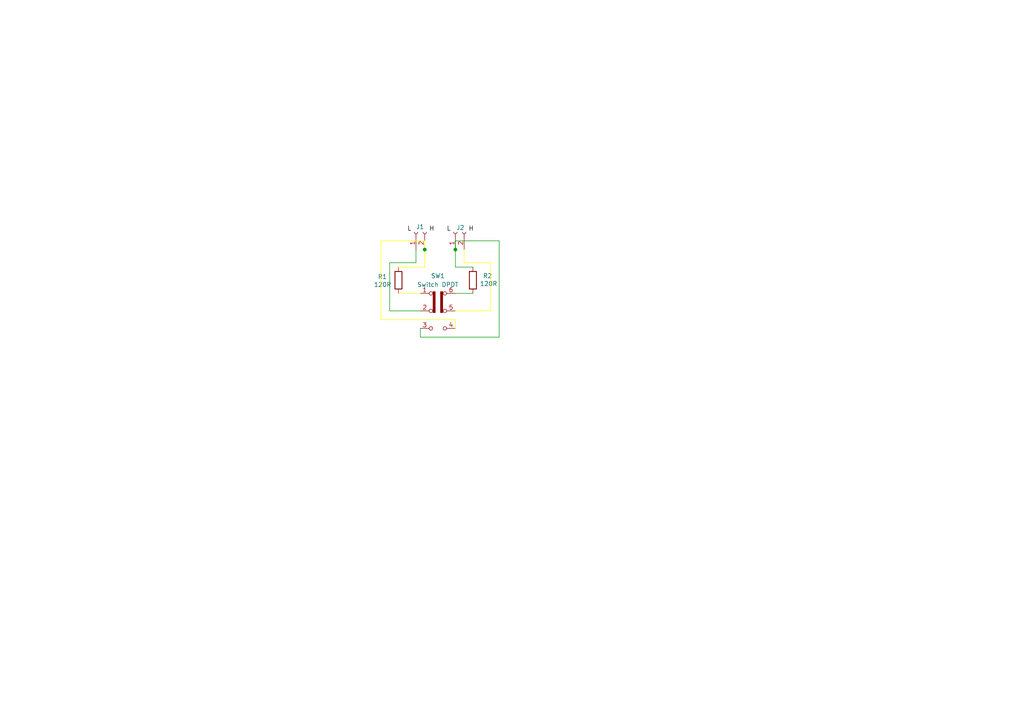
<source format=kicad_sch>
(kicad_sch (version 20250114) (generator "eeschema") (generator_version "9.0")
  (paper "A4")
  (lib_symbols
    (symbol "Connector:Conn_01x02_Socket" (pin_names (offset 1.016) (hide yes))
      (property "Reference" "J" (at 0 2.54 0))
      (property "Value" "Conn_01x02_Socket" (at 0 -5.08 0))
      (symbol "Conn_01x02_Socket_1_1"
        (polyline (pts (xy -1.27 0) (xy -0.508 0)) (stroke (width 0.1524)))
        (polyline (pts (xy -1.27 -2.54) (xy -0.508 -2.54)) (stroke (width 0.1524)))
        (arc (start 0 -0.508) (mid -0.5058 0) (end 0 0.508) (stroke (width 0.1524)))
        (arc (start 0 -3.048) (mid -0.5058 -2.54) (end 0 -2.032) (stroke (width 0.1524)))
        (pin passive line (at -5.08 0 0) (length 3.81) (name "Pin_1") (number "1"))
        (pin passive line (at -5.08 -2.54 0) (length 3.81) (name "Pin_2") (number "2"))
      )
    )
    (symbol "Device:R" (pin_numbers (hide yes)) (pin_names (offset 0))
      (property "Reference" "R" (at 2.032 0 90))
      (property "Value" "R" (at 0 0 90))
      (symbol "R_0_1"
        (rectangle (start -1.016 -2.54) (end 1.016 2.54) (stroke (width 0.254)))
      )
      (symbol "R_1_1"
        (pin passive line (at 0 3.81 270) (length 1.27) (name "~") (number "1"))
        (pin passive line (at 0 -3.81 90) (length 1.27) (name "~") (number "2"))
      )
    )
    (symbol "Switch:SW_Slide_DPDT" (pin_names (offset 0) (hide yes))
      (property "Reference" "SW" (at 0 6.858 0))
      (property "Value" "SW_Slide_DPDT" (at 0 -8.128 0))
      (symbol "SW_Slide_DPDT_0_0"
        (circle (center -2.032 5.08) (radius 0.508))
        (circle (center -2.032 -5.08) (radius 0.508))
        (circle (center 2.032 0) (radius 0.508))
        (circle (center 2.032 -5.08) (radius 0.508))
      )
      (symbol "SW_Slide_DPDT_0_1"
        (circle (center -2.032 0) (radius 0.508))
        (circle (center 2.032 5.08) (radius 0.508))
      )
      (symbol "SW_Slide_DPDT_1_1"
        (rectangle (start -1.397 5.588) (end -0.762 -0.508) (fill (type outline)))
        (rectangle (start 0.762 5.588) (end 1.397 -0.508) (fill (type outline)))
        (pin passive line (at -5.08 5.08 0) (length 2.54) (name "A") (number "1"))
        (pin passive line (at -5.08 0 0) (length 2.54) (name "B") (number "2"))
        (pin passive line (at -5.08 -5.08 0) (length 2.54) (name "C") (number "3"))
        (pin passive line (at 5.08 5.08 180) (length 2.54) (name "C") (number "6"))
        (pin passive line (at 5.08 0 180) (length 2.54) (name "B") (number "5"))
        (pin passive line (at 5.08 -5.08 180) (length 2.54) (name "A") (number "4"))
      )
    )
  )
  (junction (at 132.08 72.39))
  (junction (at 123.19 72.39))
  (wire (pts (xy 144.78 97.79) (xy 121.92 97.79)))
  (wire (pts (xy 137.16 77.47) (xy 132.08 77.47)))
  (wire (pts (xy 123.19 69.85) (xy 110.49 69.85)) (stroke (width 0) (color 255 255 0 1)))
  (wire (pts (xy 132.08 90.17) (xy 142.24 90.17)) (stroke (width 0) (color 255 255 0 1)))
  (wire (pts (xy 132.08 69.85) (xy 144.78 69.85)))
  (wire (pts (xy 113.03 76.2) (xy 113.03 90.17)))
  (wire (pts (xy 120.65 72.39) (xy 120.65 76.2)))
  (wire (pts (xy 110.49 92.71) (xy 132.08 92.71)) (stroke (width 0) (color 255 255 0 1)))
  (wire (pts (xy 132.08 85.09) (xy 137.16 85.09)))
  (wire (pts (xy 132.08 77.47) (xy 132.08 72.39)))
  (wire (pts (xy 113.03 90.17) (xy 121.92 90.17)))
  (wire (pts (xy 132.08 72.39) (xy 132.08 69.85)))
  (wire (pts (xy 142.24 76.2) (xy 142.24 90.17)) (stroke (width 0) (color 255 255 0 1)))
  (wire (pts (xy 121.92 97.79) (xy 121.92 95.25)))
  (wire (pts (xy 123.19 72.39) (xy 123.19 69.85)) (stroke (width 0) (color 255 255 0 1)))
  (wire (pts (xy 115.57 85.09) (xy 121.92 85.09)) (stroke (width 0) (color 255 255 0 1)))
  (wire (pts (xy 120.65 76.2) (xy 113.03 76.2)))
  (wire (pts (xy 134.62 76.2) (xy 142.24 76.2)) (stroke (width 0) (color 255 255 0 1)))
  (wire (pts (xy 144.78 69.85) (xy 144.78 97.79)))
  (wire (pts (xy 110.49 69.85) (xy 110.49 92.71)) (stroke (width 0) (color 255 255 0 1)))
  (wire (pts (xy 132.08 92.71) (xy 132.08 95.25)) (stroke (width 0) (color 255 255 0 1)))
  (wire (pts (xy 134.62 72.39) (xy 134.62 76.2)) (stroke (width 0) (color 255 255 0 1)))
  (wire (pts (xy 123.19 77.47) (xy 123.19 72.39)) (stroke (width 0) (color 255 255 0 1)))
  (wire (pts (xy 115.57 77.47) (xy 123.19 77.47)) (stroke (width 0) (color 255 255 0 1)))
  (label "H" (at 135.89 67.31 0))
  (label "L" (at 129.54 67.31 0))
  (label "H" (at 124.46 67.31 0))
  (label "L" (at 118.11 67.31 0))
  (symbol (lib_id "Device:R") (at 137.16 81.28 0) (unit 1)
    (property "Reference" "R2" (at 142.748 80.01 0) (effects (justify right)))
    (property "Value" "120R" (at 144.272 82.296 0) (effects (justify right)))
    (property "Footprint" "Resistor_SMD:R_0805_2012Metric_Pad1.20x1.40mm_HandSolder" (effects (hide yes)))
    (property "Description" "Resistor" (effects (hide yes)))
  )
  (symbol (lib_id "Switch:SW_Slide_DPDT") (at 127 90.17 0) (unit 1)
    (property "Reference" "SW1" (at 127 80.01 0))
    (property "Value" "Switch DPDT" (at 127 82.55 0))
    (property "Footprint" "Button_Switch_THT:SW_CK_JS202011AQN_DPDT_Angled" (effects (hide yes)))
    (property "Description" "Slide Switch, dual pole double throw" (effects (hide yes)))
  )
  (symbol (lib_id "Connector:Conn_01x02_Socket") (at 132.08 67.31 90) (unit 1)
    (property "Reference" "J2" (at 132.334 66.04 90) (effects (justify right)))
    (property "Value" "Conn_01x02_Socket" (effects (hide yes)))
    (property "Footprint" "Connector_Wago:Wago_734-132_1x02_P3.50mm_Vertical" (effects (hide yes)))
    (property "Description" "Generic connector, single row, 01x02, script generated" (effects (hide yes)))
  )
  (symbol (lib_id "Connector:Conn_01x02_Socket") (at 120.65 67.31 90) (unit 1)
    (property "Reference" "J1" (at 120.65 65.786 90) (effects (justify right)))
    (property "Value" "Conn_01x02_Socket" (effects (hide yes)))
    (property "Footprint" "Connector_Wago:Wago_734-132_1x02_P3.50mm_Vertical" (effects (hide yes)))
    (property "Description" "Generic connector, single row, 01x02, script generated" (effects (hide yes)))
  )
  (symbol (lib_id "Device:R") (at 115.57 81.28 0) (unit 1)
    (property "Reference" "R1" (at 112.268 80.264 0) (effects (justify right)))
    (property "Value" "120R" (at 113.538 82.55 0) (effects (justify right)))
    (property "Footprint" "Resistor_SMD:R_0805_2012Metric_Pad1.20x1.40mm_HandSolder" (effects (hide yes)))
    (property "Description" "Resistor" (effects (hide yes)))
  )
)
</source>
